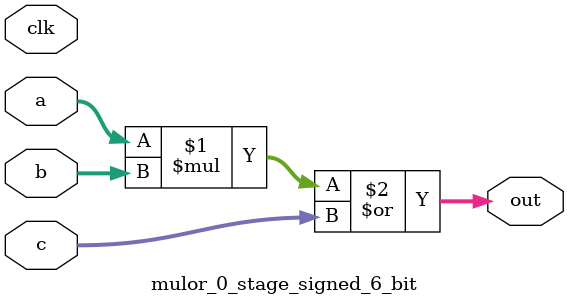
<source format=sv>
(* use_dsp = "yes" *) module mulor_0_stage_signed_6_bit(
	input signed [5:0] a,
	input signed [5:0] b,
	input signed [5:0] c,
	output [5:0] out,
	input clk);

	assign out = (a * b) | c;
endmodule

</source>
